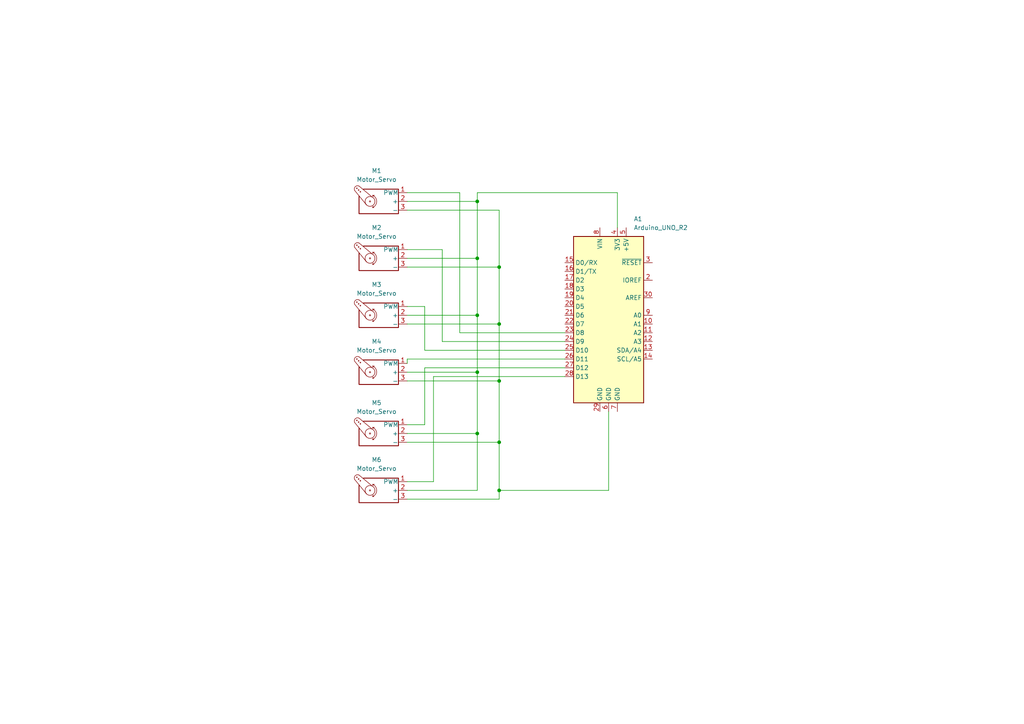
<source format=kicad_sch>
(kicad_sch
	(version 20231120)
	(generator "eeschema")
	(generator_version "8.0")
	(uuid "7eac0e86-6191-440d-83f9-a03a94ef9625")
	(paper "A4")
	(lib_symbols
		(symbol "MCU_Module:Arduino_UNO_R2"
			(exclude_from_sim no)
			(in_bom yes)
			(on_board yes)
			(property "Reference" "A"
				(at -10.16 23.495 0)
				(effects
					(font
						(size 1.27 1.27)
					)
					(justify left bottom)
				)
			)
			(property "Value" "Arduino_UNO_R2"
				(at 5.08 -26.67 0)
				(effects
					(font
						(size 1.27 1.27)
					)
					(justify left top)
				)
			)
			(property "Footprint" "Module:Arduino_UNO_R2"
				(at 0 0 0)
				(effects
					(font
						(size 1.27 1.27)
						(italic yes)
					)
					(hide yes)
				)
			)
			(property "Datasheet" "https://www.arduino.cc/en/Main/arduinoBoardUno"
				(at 0 0 0)
				(effects
					(font
						(size 1.27 1.27)
					)
					(hide yes)
				)
			)
			(property "Description" "Arduino UNO Microcontroller Module, release 2"
				(at 0 0 0)
				(effects
					(font
						(size 1.27 1.27)
					)
					(hide yes)
				)
			)
			(property "ki_keywords" "Arduino UNO R3 Microcontroller Module Atmel AVR USB"
				(at 0 0 0)
				(effects
					(font
						(size 1.27 1.27)
					)
					(hide yes)
				)
			)
			(property "ki_fp_filters" "Arduino*UNO*R2*"
				(at 0 0 0)
				(effects
					(font
						(size 1.27 1.27)
					)
					(hide yes)
				)
			)
			(symbol "Arduino_UNO_R2_0_1"
				(rectangle
					(start -10.16 22.86)
					(end 10.16 -25.4)
					(stroke
						(width 0.254)
						(type default)
					)
					(fill
						(type background)
					)
				)
			)
			(symbol "Arduino_UNO_R2_1_1"
				(pin no_connect line
					(at -10.16 -20.32 0)
					(length 2.54) hide
					(name "NC"
						(effects
							(font
								(size 1.27 1.27)
							)
						)
					)
					(number "1"
						(effects
							(font
								(size 1.27 1.27)
							)
						)
					)
				)
				(pin bidirectional line
					(at 12.7 -2.54 180)
					(length 2.54)
					(name "A1"
						(effects
							(font
								(size 1.27 1.27)
							)
						)
					)
					(number "10"
						(effects
							(font
								(size 1.27 1.27)
							)
						)
					)
				)
				(pin bidirectional line
					(at 12.7 -5.08 180)
					(length 2.54)
					(name "A2"
						(effects
							(font
								(size 1.27 1.27)
							)
						)
					)
					(number "11"
						(effects
							(font
								(size 1.27 1.27)
							)
						)
					)
				)
				(pin bidirectional line
					(at 12.7 -7.62 180)
					(length 2.54)
					(name "A3"
						(effects
							(font
								(size 1.27 1.27)
							)
						)
					)
					(number "12"
						(effects
							(font
								(size 1.27 1.27)
							)
						)
					)
				)
				(pin bidirectional line
					(at 12.7 -10.16 180)
					(length 2.54)
					(name "SDA/A4"
						(effects
							(font
								(size 1.27 1.27)
							)
						)
					)
					(number "13"
						(effects
							(font
								(size 1.27 1.27)
							)
						)
					)
				)
				(pin bidirectional line
					(at 12.7 -12.7 180)
					(length 2.54)
					(name "SCL/A5"
						(effects
							(font
								(size 1.27 1.27)
							)
						)
					)
					(number "14"
						(effects
							(font
								(size 1.27 1.27)
							)
						)
					)
				)
				(pin bidirectional line
					(at -12.7 15.24 0)
					(length 2.54)
					(name "D0/RX"
						(effects
							(font
								(size 1.27 1.27)
							)
						)
					)
					(number "15"
						(effects
							(font
								(size 1.27 1.27)
							)
						)
					)
				)
				(pin bidirectional line
					(at -12.7 12.7 0)
					(length 2.54)
					(name "D1/TX"
						(effects
							(font
								(size 1.27 1.27)
							)
						)
					)
					(number "16"
						(effects
							(font
								(size 1.27 1.27)
							)
						)
					)
				)
				(pin bidirectional line
					(at -12.7 10.16 0)
					(length 2.54)
					(name "D2"
						(effects
							(font
								(size 1.27 1.27)
							)
						)
					)
					(number "17"
						(effects
							(font
								(size 1.27 1.27)
							)
						)
					)
				)
				(pin bidirectional line
					(at -12.7 7.62 0)
					(length 2.54)
					(name "D3"
						(effects
							(font
								(size 1.27 1.27)
							)
						)
					)
					(number "18"
						(effects
							(font
								(size 1.27 1.27)
							)
						)
					)
				)
				(pin bidirectional line
					(at -12.7 5.08 0)
					(length 2.54)
					(name "D4"
						(effects
							(font
								(size 1.27 1.27)
							)
						)
					)
					(number "19"
						(effects
							(font
								(size 1.27 1.27)
							)
						)
					)
				)
				(pin output line
					(at 12.7 10.16 180)
					(length 2.54)
					(name "IOREF"
						(effects
							(font
								(size 1.27 1.27)
							)
						)
					)
					(number "2"
						(effects
							(font
								(size 1.27 1.27)
							)
						)
					)
				)
				(pin bidirectional line
					(at -12.7 2.54 0)
					(length 2.54)
					(name "D5"
						(effects
							(font
								(size 1.27 1.27)
							)
						)
					)
					(number "20"
						(effects
							(font
								(size 1.27 1.27)
							)
						)
					)
				)
				(pin bidirectional line
					(at -12.7 0 0)
					(length 2.54)
					(name "D6"
						(effects
							(font
								(size 1.27 1.27)
							)
						)
					)
					(number "21"
						(effects
							(font
								(size 1.27 1.27)
							)
						)
					)
				)
				(pin bidirectional line
					(at -12.7 -2.54 0)
					(length 2.54)
					(name "D7"
						(effects
							(font
								(size 1.27 1.27)
							)
						)
					)
					(number "22"
						(effects
							(font
								(size 1.27 1.27)
							)
						)
					)
				)
				(pin bidirectional line
					(at -12.7 -5.08 0)
					(length 2.54)
					(name "D8"
						(effects
							(font
								(size 1.27 1.27)
							)
						)
					)
					(number "23"
						(effects
							(font
								(size 1.27 1.27)
							)
						)
					)
				)
				(pin bidirectional line
					(at -12.7 -7.62 0)
					(length 2.54)
					(name "D9"
						(effects
							(font
								(size 1.27 1.27)
							)
						)
					)
					(number "24"
						(effects
							(font
								(size 1.27 1.27)
							)
						)
					)
				)
				(pin bidirectional line
					(at -12.7 -10.16 0)
					(length 2.54)
					(name "D10"
						(effects
							(font
								(size 1.27 1.27)
							)
						)
					)
					(number "25"
						(effects
							(font
								(size 1.27 1.27)
							)
						)
					)
				)
				(pin bidirectional line
					(at -12.7 -12.7 0)
					(length 2.54)
					(name "D11"
						(effects
							(font
								(size 1.27 1.27)
							)
						)
					)
					(number "26"
						(effects
							(font
								(size 1.27 1.27)
							)
						)
					)
				)
				(pin bidirectional line
					(at -12.7 -15.24 0)
					(length 2.54)
					(name "D12"
						(effects
							(font
								(size 1.27 1.27)
							)
						)
					)
					(number "27"
						(effects
							(font
								(size 1.27 1.27)
							)
						)
					)
				)
				(pin bidirectional line
					(at -12.7 -17.78 0)
					(length 2.54)
					(name "D13"
						(effects
							(font
								(size 1.27 1.27)
							)
						)
					)
					(number "28"
						(effects
							(font
								(size 1.27 1.27)
							)
						)
					)
				)
				(pin power_in line
					(at -2.54 -27.94 90)
					(length 2.54)
					(name "GND"
						(effects
							(font
								(size 1.27 1.27)
							)
						)
					)
					(number "29"
						(effects
							(font
								(size 1.27 1.27)
							)
						)
					)
				)
				(pin input line
					(at 12.7 15.24 180)
					(length 2.54)
					(name "~{RESET}"
						(effects
							(font
								(size 1.27 1.27)
							)
						)
					)
					(number "3"
						(effects
							(font
								(size 1.27 1.27)
							)
						)
					)
				)
				(pin input line
					(at 12.7 5.08 180)
					(length 2.54)
					(name "AREF"
						(effects
							(font
								(size 1.27 1.27)
							)
						)
					)
					(number "30"
						(effects
							(font
								(size 1.27 1.27)
							)
						)
					)
				)
				(pin power_out line
					(at 2.54 25.4 270)
					(length 2.54)
					(name "3V3"
						(effects
							(font
								(size 1.27 1.27)
							)
						)
					)
					(number "4"
						(effects
							(font
								(size 1.27 1.27)
							)
						)
					)
				)
				(pin power_out line
					(at 5.08 25.4 270)
					(length 2.54)
					(name "+5V"
						(effects
							(font
								(size 1.27 1.27)
							)
						)
					)
					(number "5"
						(effects
							(font
								(size 1.27 1.27)
							)
						)
					)
				)
				(pin power_in line
					(at 0 -27.94 90)
					(length 2.54)
					(name "GND"
						(effects
							(font
								(size 1.27 1.27)
							)
						)
					)
					(number "6"
						(effects
							(font
								(size 1.27 1.27)
							)
						)
					)
				)
				(pin power_in line
					(at 2.54 -27.94 90)
					(length 2.54)
					(name "GND"
						(effects
							(font
								(size 1.27 1.27)
							)
						)
					)
					(number "7"
						(effects
							(font
								(size 1.27 1.27)
							)
						)
					)
				)
				(pin power_in line
					(at -2.54 25.4 270)
					(length 2.54)
					(name "VIN"
						(effects
							(font
								(size 1.27 1.27)
							)
						)
					)
					(number "8"
						(effects
							(font
								(size 1.27 1.27)
							)
						)
					)
				)
				(pin bidirectional line
					(at 12.7 0 180)
					(length 2.54)
					(name "A0"
						(effects
							(font
								(size 1.27 1.27)
							)
						)
					)
					(number "9"
						(effects
							(font
								(size 1.27 1.27)
							)
						)
					)
				)
			)
		)
		(symbol "Motor:Motor_Servo"
			(pin_names
				(offset 0.0254)
			)
			(exclude_from_sim no)
			(in_bom yes)
			(on_board yes)
			(property "Reference" "M"
				(at -5.08 4.445 0)
				(effects
					(font
						(size 1.27 1.27)
					)
					(justify left)
				)
			)
			(property "Value" "Motor_Servo"
				(at -5.08 -4.064 0)
				(effects
					(font
						(size 1.27 1.27)
					)
					(justify left top)
				)
			)
			(property "Footprint" ""
				(at 0 -4.826 0)
				(effects
					(font
						(size 1.27 1.27)
					)
					(hide yes)
				)
			)
			(property "Datasheet" "http://forums.parallax.com/uploads/attachments/46831/74481.png"
				(at 0 -4.826 0)
				(effects
					(font
						(size 1.27 1.27)
					)
					(hide yes)
				)
			)
			(property "Description" "Servo Motor (Futaba, HiTec, JR connector)"
				(at 0 0 0)
				(effects
					(font
						(size 1.27 1.27)
					)
					(hide yes)
				)
			)
			(property "ki_keywords" "Servo Motor"
				(at 0 0 0)
				(effects
					(font
						(size 1.27 1.27)
					)
					(hide yes)
				)
			)
			(property "ki_fp_filters" "PinHeader*P2.54mm*"
				(at 0 0 0)
				(effects
					(font
						(size 1.27 1.27)
					)
					(hide yes)
				)
			)
			(symbol "Motor_Servo_0_1"
				(polyline
					(pts
						(xy 2.413 -1.778) (xy 2.032 -1.778)
					)
					(stroke
						(width 0)
						(type default)
					)
					(fill
						(type none)
					)
				)
				(polyline
					(pts
						(xy 2.413 -1.778) (xy 2.286 -1.397)
					)
					(stroke
						(width 0)
						(type default)
					)
					(fill
						(type none)
					)
				)
				(polyline
					(pts
						(xy 2.413 1.778) (xy 1.905 1.778)
					)
					(stroke
						(width 0)
						(type default)
					)
					(fill
						(type none)
					)
				)
				(polyline
					(pts
						(xy 2.413 1.778) (xy 2.286 1.397)
					)
					(stroke
						(width 0)
						(type default)
					)
					(fill
						(type none)
					)
				)
				(polyline
					(pts
						(xy 6.35 4.445) (xy 2.54 1.27)
					)
					(stroke
						(width 0)
						(type default)
					)
					(fill
						(type none)
					)
				)
				(polyline
					(pts
						(xy 7.62 3.175) (xy 4.191 -1.016)
					)
					(stroke
						(width 0)
						(type default)
					)
					(fill
						(type none)
					)
				)
				(polyline
					(pts
						(xy 5.08 3.556) (xy -5.08 3.556) (xy -5.08 -3.556) (xy 6.35 -3.556) (xy 6.35 1.524)
					)
					(stroke
						(width 0.254)
						(type default)
					)
					(fill
						(type none)
					)
				)
				(arc
					(start 2.413 1.778)
					(mid 1.2406 0)
					(end 2.413 -1.778)
					(stroke
						(width 0)
						(type default)
					)
					(fill
						(type none)
					)
				)
				(circle
					(center 3.175 0)
					(radius 0.1778)
					(stroke
						(width 0)
						(type default)
					)
					(fill
						(type none)
					)
				)
				(circle
					(center 3.175 0)
					(radius 1.4224)
					(stroke
						(width 0)
						(type default)
					)
					(fill
						(type none)
					)
				)
				(circle
					(center 5.969 2.794)
					(radius 0.127)
					(stroke
						(width 0)
						(type default)
					)
					(fill
						(type none)
					)
				)
				(circle
					(center 6.477 3.302)
					(radius 0.127)
					(stroke
						(width 0)
						(type default)
					)
					(fill
						(type none)
					)
				)
				(circle
					(center 6.985 3.81)
					(radius 0.127)
					(stroke
						(width 0)
						(type default)
					)
					(fill
						(type none)
					)
				)
				(arc
					(start 7.62 3.175)
					(mid 7.4485 4.2735)
					(end 6.35 4.445)
					(stroke
						(width 0)
						(type default)
					)
					(fill
						(type none)
					)
				)
			)
			(symbol "Motor_Servo_1_1"
				(pin passive line
					(at -7.62 2.54 0)
					(length 2.54)
					(name "PWM"
						(effects
							(font
								(size 1.27 1.27)
							)
						)
					)
					(number "1"
						(effects
							(font
								(size 1.27 1.27)
							)
						)
					)
				)
				(pin passive line
					(at -7.62 0 0)
					(length 2.54)
					(name "+"
						(effects
							(font
								(size 1.27 1.27)
							)
						)
					)
					(number "2"
						(effects
							(font
								(size 1.27 1.27)
							)
						)
					)
				)
				(pin passive line
					(at -7.62 -2.54 0)
					(length 2.54)
					(name "-"
						(effects
							(font
								(size 1.27 1.27)
							)
						)
					)
					(number "3"
						(effects
							(font
								(size 1.27 1.27)
							)
						)
					)
				)
			)
		)
	)
	(junction
		(at 144.78 128.27)
		(diameter 0)
		(color 0 0 0 0)
		(uuid "074c17ea-b63e-411e-9829-8e9eb71cc290")
	)
	(junction
		(at 138.43 58.42)
		(diameter 0)
		(color 0 0 0 0)
		(uuid "0f5128a1-7c02-4754-b898-505739865e11")
	)
	(junction
		(at 138.43 107.95)
		(diameter 0)
		(color 0 0 0 0)
		(uuid "1f36f857-28a5-419a-ae89-53ef68f3ee25")
	)
	(junction
		(at 144.78 93.98)
		(diameter 0)
		(color 0 0 0 0)
		(uuid "23aa6465-17c0-43d5-ae5e-fac0ea37f38a")
	)
	(junction
		(at 138.43 125.73)
		(diameter 0)
		(color 0 0 0 0)
		(uuid "4798758e-00d8-4e58-96fb-2d0f55b12ab8")
	)
	(junction
		(at 138.43 91.44)
		(diameter 0)
		(color 0 0 0 0)
		(uuid "71ba702c-69ee-4698-b529-e594c095b156")
	)
	(junction
		(at 138.43 74.93)
		(diameter 0)
		(color 0 0 0 0)
		(uuid "8efc447e-67f9-4c67-8a43-9ca01fb3fcd1")
	)
	(junction
		(at 144.78 142.24)
		(diameter 0)
		(color 0 0 0 0)
		(uuid "96f9f501-3bd5-4d3c-aefb-ef737bb6f7e6")
	)
	(junction
		(at 144.78 77.47)
		(diameter 0)
		(color 0 0 0 0)
		(uuid "bd1b423d-3600-4783-9ea2-ecf2301ae16e")
	)
	(junction
		(at 144.78 110.49)
		(diameter 0)
		(color 0 0 0 0)
		(uuid "e935bb27-dacf-4e4f-b6c4-7453e0c34983")
	)
	(wire
		(pts
			(xy 179.07 66.04) (xy 179.07 55.88)
		)
		(stroke
			(width 0)
			(type default)
		)
		(uuid "03a9bcf2-aa60-48ea-8cac-e35d975d2e06")
	)
	(wire
		(pts
			(xy 163.83 99.06) (xy 128.27 99.06)
		)
		(stroke
			(width 0)
			(type default)
		)
		(uuid "06f724d1-5baf-41e8-9701-cee64dcb2c66")
	)
	(wire
		(pts
			(xy 133.35 96.52) (xy 133.35 55.88)
		)
		(stroke
			(width 0)
			(type default)
		)
		(uuid "196d7913-8e68-47e8-b8eb-288d8edc0b09")
	)
	(wire
		(pts
			(xy 118.11 91.44) (xy 138.43 91.44)
		)
		(stroke
			(width 0)
			(type default)
		)
		(uuid "1b798749-887a-4e0e-a321-88b816bcb265")
	)
	(wire
		(pts
			(xy 144.78 110.49) (xy 144.78 93.98)
		)
		(stroke
			(width 0)
			(type default)
		)
		(uuid "1c9b8bb3-8657-4996-81a7-bddd457b35b4")
	)
	(wire
		(pts
			(xy 163.83 104.14) (xy 118.11 104.14)
		)
		(stroke
			(width 0)
			(type default)
		)
		(uuid "1f79a678-a057-4f4a-b579-9761c3985c58")
	)
	(wire
		(pts
			(xy 118.11 144.78) (xy 144.78 144.78)
		)
		(stroke
			(width 0)
			(type default)
		)
		(uuid "28a2cbba-0864-4126-8621-edb8905580da")
	)
	(wire
		(pts
			(xy 144.78 128.27) (xy 144.78 110.49)
		)
		(stroke
			(width 0)
			(type default)
		)
		(uuid "30947c38-6075-4258-92a9-6c8bf22fde42")
	)
	(wire
		(pts
			(xy 118.11 110.49) (xy 144.78 110.49)
		)
		(stroke
			(width 0)
			(type default)
		)
		(uuid "350df530-d228-45b2-b274-8613bd154091")
	)
	(wire
		(pts
			(xy 138.43 91.44) (xy 138.43 107.95)
		)
		(stroke
			(width 0)
			(type default)
		)
		(uuid "360f9e60-ee1c-4e91-acb4-c77375d4b974")
	)
	(wire
		(pts
			(xy 179.07 55.88) (xy 138.43 55.88)
		)
		(stroke
			(width 0)
			(type default)
		)
		(uuid "362a53d1-1fb8-41b4-85e2-1a2b8ce5880b")
	)
	(wire
		(pts
			(xy 128.27 72.39) (xy 118.11 72.39)
		)
		(stroke
			(width 0)
			(type default)
		)
		(uuid "3c1030ef-e5a4-4a65-863d-4c9fcd3d7aa4")
	)
	(wire
		(pts
			(xy 118.11 104.14) (xy 118.11 105.41)
		)
		(stroke
			(width 0)
			(type default)
		)
		(uuid "43537265-afc4-47ac-8a5f-1959da34b1ac")
	)
	(wire
		(pts
			(xy 176.53 119.38) (xy 176.53 142.24)
		)
		(stroke
			(width 0)
			(type default)
		)
		(uuid "4b27b0c5-b1ab-4a75-ae8f-aa372a7aa504")
	)
	(wire
		(pts
			(xy 123.19 106.68) (xy 123.19 123.19)
		)
		(stroke
			(width 0)
			(type default)
		)
		(uuid "566db2d8-1aed-4b44-8184-3aa6c0e69eb9")
	)
	(wire
		(pts
			(xy 144.78 142.24) (xy 144.78 128.27)
		)
		(stroke
			(width 0)
			(type default)
		)
		(uuid "582b6b44-692a-47ee-9090-0761a75505b6")
	)
	(wire
		(pts
			(xy 163.83 101.6) (xy 123.19 101.6)
		)
		(stroke
			(width 0)
			(type default)
		)
		(uuid "59f63363-74a7-4da4-962d-dfbed8de669e")
	)
	(wire
		(pts
			(xy 138.43 125.73) (xy 138.43 142.24)
		)
		(stroke
			(width 0)
			(type default)
		)
		(uuid "5e146e37-e5f8-44ff-aa5f-98dc12a3b4e6")
	)
	(wire
		(pts
			(xy 125.73 139.7) (xy 118.11 139.7)
		)
		(stroke
			(width 0)
			(type default)
		)
		(uuid "5ef59ae4-1509-4698-8fe8-919304c3b8d4")
	)
	(wire
		(pts
			(xy 138.43 74.93) (xy 138.43 91.44)
		)
		(stroke
			(width 0)
			(type default)
		)
		(uuid "61176f01-42ae-46bf-b0b5-f24247c3af2e")
	)
	(wire
		(pts
			(xy 163.83 106.68) (xy 123.19 106.68)
		)
		(stroke
			(width 0)
			(type default)
		)
		(uuid "7258d364-4215-4bbf-9eff-da5de3d6d426")
	)
	(wire
		(pts
			(xy 144.78 60.96) (xy 118.11 60.96)
		)
		(stroke
			(width 0)
			(type default)
		)
		(uuid "75a73eda-6c78-4fdb-a1e2-a49503605efc")
	)
	(wire
		(pts
			(xy 144.78 93.98) (xy 144.78 77.47)
		)
		(stroke
			(width 0)
			(type default)
		)
		(uuid "771bbd57-0bdf-4122-9566-80fbc1f7a514")
	)
	(wire
		(pts
			(xy 128.27 99.06) (xy 128.27 72.39)
		)
		(stroke
			(width 0)
			(type default)
		)
		(uuid "865b58b3-248c-4ca6-8461-8911a2c65c00")
	)
	(wire
		(pts
			(xy 118.11 128.27) (xy 144.78 128.27)
		)
		(stroke
			(width 0)
			(type default)
		)
		(uuid "91e5fa97-9fdb-4e0b-bf58-87c7d30d49a7")
	)
	(wire
		(pts
			(xy 123.19 101.6) (xy 123.19 88.9)
		)
		(stroke
			(width 0)
			(type default)
		)
		(uuid "93a044ca-a877-4ee5-acbc-5b1589acb5b5")
	)
	(wire
		(pts
			(xy 118.11 125.73) (xy 138.43 125.73)
		)
		(stroke
			(width 0)
			(type default)
		)
		(uuid "9517fd9b-2fa7-4392-90ea-98c2a1805956")
	)
	(wire
		(pts
			(xy 118.11 74.93) (xy 138.43 74.93)
		)
		(stroke
			(width 0)
			(type default)
		)
		(uuid "aacb357f-dedd-42b4-80a6-bb031c37d010")
	)
	(wire
		(pts
			(xy 163.83 96.52) (xy 133.35 96.52)
		)
		(stroke
			(width 0)
			(type default)
		)
		(uuid "b03b591c-fcde-41e2-961b-be9c9995e0c1")
	)
	(wire
		(pts
			(xy 118.11 58.42) (xy 138.43 58.42)
		)
		(stroke
			(width 0)
			(type default)
		)
		(uuid "b128cae0-f2da-48fb-a415-c421da1d3bcd")
	)
	(wire
		(pts
			(xy 144.78 77.47) (xy 144.78 60.96)
		)
		(stroke
			(width 0)
			(type default)
		)
		(uuid "b51a12cc-1dbd-4c90-8264-892a44a5e386")
	)
	(wire
		(pts
			(xy 138.43 107.95) (xy 138.43 125.73)
		)
		(stroke
			(width 0)
			(type default)
		)
		(uuid "c0c5399d-cf6f-48fb-88e4-e65353000e26")
	)
	(wire
		(pts
			(xy 133.35 55.88) (xy 118.11 55.88)
		)
		(stroke
			(width 0)
			(type default)
		)
		(uuid "c2723e4f-65c4-4717-8595-d77b3ac50a52")
	)
	(wire
		(pts
			(xy 176.53 142.24) (xy 144.78 142.24)
		)
		(stroke
			(width 0)
			(type default)
		)
		(uuid "cba48e2a-ba26-40a1-b9e9-b4fae99e6f2f")
	)
	(wire
		(pts
			(xy 123.19 123.19) (xy 118.11 123.19)
		)
		(stroke
			(width 0)
			(type default)
		)
		(uuid "ccdba8b0-4aa9-4791-9492-5186b0484737")
	)
	(wire
		(pts
			(xy 118.11 107.95) (xy 138.43 107.95)
		)
		(stroke
			(width 0)
			(type default)
		)
		(uuid "d0295899-b62a-4dd2-825f-8ac49f03a3f4")
	)
	(wire
		(pts
			(xy 118.11 93.98) (xy 144.78 93.98)
		)
		(stroke
			(width 0)
			(type default)
		)
		(uuid "d06c92a8-37f6-482e-bb89-a9cf4eededb7")
	)
	(wire
		(pts
			(xy 138.43 55.88) (xy 138.43 58.42)
		)
		(stroke
			(width 0)
			(type default)
		)
		(uuid "d2c5d552-8f88-4284-8a04-e823d25f2089")
	)
	(wire
		(pts
			(xy 138.43 58.42) (xy 138.43 74.93)
		)
		(stroke
			(width 0)
			(type default)
		)
		(uuid "da4df46c-e8ae-49b1-af22-ac1d9081bfea")
	)
	(wire
		(pts
			(xy 163.83 109.22) (xy 125.73 109.22)
		)
		(stroke
			(width 0)
			(type default)
		)
		(uuid "dbf89274-5102-4b61-8093-6b526d55c4af")
	)
	(wire
		(pts
			(xy 118.11 77.47) (xy 144.78 77.47)
		)
		(stroke
			(width 0)
			(type default)
		)
		(uuid "dc348f43-8a19-4876-b826-1c8dbab59741")
	)
	(wire
		(pts
			(xy 138.43 142.24) (xy 118.11 142.24)
		)
		(stroke
			(width 0)
			(type default)
		)
		(uuid "dd839249-a613-4d45-848d-6e37cf5e71cc")
	)
	(wire
		(pts
			(xy 125.73 109.22) (xy 125.73 139.7)
		)
		(stroke
			(width 0)
			(type default)
		)
		(uuid "e853ee40-b910-45c1-a910-88e0c3a39f3b")
	)
	(wire
		(pts
			(xy 123.19 88.9) (xy 118.11 88.9)
		)
		(stroke
			(width 0)
			(type default)
		)
		(uuid "f57db5ae-236a-432c-a769-e3f73e61d4bf")
	)
	(wire
		(pts
			(xy 144.78 144.78) (xy 144.78 142.24)
		)
		(stroke
			(width 0)
			(type default)
		)
		(uuid "f7c05c4e-1dde-4500-b7c1-53eba68b0e84")
	)
	(symbol
		(lib_id "Motor:Motor_Servo")
		(at 110.49 91.44 0)
		(mirror y)
		(unit 1)
		(exclude_from_sim no)
		(in_bom yes)
		(on_board yes)
		(dnp no)
		(fields_autoplaced yes)
		(uuid "0db7bfdc-477c-4cf5-a7a2-99bad0101764")
		(property "Reference" "M3"
			(at 109.2311 82.55 0)
			(effects
				(font
					(size 1.27 1.27)
				)
			)
		)
		(property "Value" "Motor_Servo"
			(at 109.2311 85.09 0)
			(effects
				(font
					(size 1.27 1.27)
				)
			)
		)
		(property "Footprint" ""
			(at 110.49 96.266 0)
			(effects
				(font
					(size 1.27 1.27)
				)
				(hide yes)
			)
		)
		(property "Datasheet" "http://forums.parallax.com/uploads/attachments/46831/74481.png"
			(at 110.49 96.266 0)
			(effects
				(font
					(size 1.27 1.27)
				)
				(hide yes)
			)
		)
		(property "Description" "Servo Motor (Futaba, HiTec, JR connector)"
			(at 110.49 91.44 0)
			(effects
				(font
					(size 1.27 1.27)
				)
				(hide yes)
			)
		)
		(pin "1"
			(uuid "d4f71b79-800e-4800-8e2d-f35538d401a0")
		)
		(pin "3"
			(uuid "e7530849-4da1-495c-807a-d2a223af63c0")
		)
		(pin "2"
			(uuid "8eb02cad-751d-40f7-a008-71e2811a5245")
		)
		(instances
			(project "servos schematic"
				(path "/7eac0e86-6191-440d-83f9-a03a94ef9625"
					(reference "M3")
					(unit 1)
				)
			)
		)
	)
	(symbol
		(lib_id "Motor:Motor_Servo")
		(at 110.49 142.24 0)
		(mirror y)
		(unit 1)
		(exclude_from_sim no)
		(in_bom yes)
		(on_board yes)
		(dnp no)
		(fields_autoplaced yes)
		(uuid "31497707-7a57-496c-8b8d-96e7c10dc657")
		(property "Reference" "M6"
			(at 109.2311 133.35 0)
			(effects
				(font
					(size 1.27 1.27)
				)
			)
		)
		(property "Value" "Motor_Servo"
			(at 109.2311 135.89 0)
			(effects
				(font
					(size 1.27 1.27)
				)
			)
		)
		(property "Footprint" ""
			(at 110.49 147.066 0)
			(effects
				(font
					(size 1.27 1.27)
				)
				(hide yes)
			)
		)
		(property "Datasheet" "http://forums.parallax.com/uploads/attachments/46831/74481.png"
			(at 110.49 147.066 0)
			(effects
				(font
					(size 1.27 1.27)
				)
				(hide yes)
			)
		)
		(property "Description" "Servo Motor (Futaba, HiTec, JR connector)"
			(at 110.49 142.24 0)
			(effects
				(font
					(size 1.27 1.27)
				)
				(hide yes)
			)
		)
		(pin "1"
			(uuid "970ddf83-ec53-4111-8f39-63f8aa20bc36")
		)
		(pin "3"
			(uuid "ae5445bf-9ae1-47a6-a01a-1bc0572afa0d")
		)
		(pin "2"
			(uuid "ba670634-ef83-4c36-aafa-379dd302039f")
		)
		(instances
			(project "servos schematic"
				(path "/7eac0e86-6191-440d-83f9-a03a94ef9625"
					(reference "M6")
					(unit 1)
				)
			)
		)
	)
	(symbol
		(lib_id "Motor:Motor_Servo")
		(at 110.49 74.93 0)
		(mirror y)
		(unit 1)
		(exclude_from_sim no)
		(in_bom yes)
		(on_board yes)
		(dnp no)
		(fields_autoplaced yes)
		(uuid "7a619362-1add-4020-8707-e7a079c4c15b")
		(property "Reference" "M2"
			(at 109.2311 66.04 0)
			(effects
				(font
					(size 1.27 1.27)
				)
			)
		)
		(property "Value" "Motor_Servo"
			(at 109.2311 68.58 0)
			(effects
				(font
					(size 1.27 1.27)
				)
			)
		)
		(property "Footprint" ""
			(at 110.49 79.756 0)
			(effects
				(font
					(size 1.27 1.27)
				)
				(hide yes)
			)
		)
		(property "Datasheet" "http://forums.parallax.com/uploads/attachments/46831/74481.png"
			(at 110.49 79.756 0)
			(effects
				(font
					(size 1.27 1.27)
				)
				(hide yes)
			)
		)
		(property "Description" "Servo Motor (Futaba, HiTec, JR connector)"
			(at 110.49 74.93 0)
			(effects
				(font
					(size 1.27 1.27)
				)
				(hide yes)
			)
		)
		(pin "1"
			(uuid "319c5177-3c12-4748-b5f5-32bba96cffe0")
		)
		(pin "3"
			(uuid "a144cb80-0c0b-4784-bbe8-52f0f0c2b099")
		)
		(pin "2"
			(uuid "2038e3d2-7af6-48a9-9cbf-e9498b72132e")
		)
		(instances
			(project "servos schematic"
				(path "/7eac0e86-6191-440d-83f9-a03a94ef9625"
					(reference "M2")
					(unit 1)
				)
			)
		)
	)
	(symbol
		(lib_id "Motor:Motor_Servo")
		(at 110.49 125.73 0)
		(mirror y)
		(unit 1)
		(exclude_from_sim no)
		(in_bom yes)
		(on_board yes)
		(dnp no)
		(fields_autoplaced yes)
		(uuid "8e3c65b1-a4d3-4756-b9a9-ce6979f5b7a8")
		(property "Reference" "M5"
			(at 109.2311 116.84 0)
			(effects
				(font
					(size 1.27 1.27)
				)
			)
		)
		(property "Value" "Motor_Servo"
			(at 109.2311 119.38 0)
			(effects
				(font
					(size 1.27 1.27)
				)
			)
		)
		(property "Footprint" ""
			(at 110.49 130.556 0)
			(effects
				(font
					(size 1.27 1.27)
				)
				(hide yes)
			)
		)
		(property "Datasheet" "http://forums.parallax.com/uploads/attachments/46831/74481.png"
			(at 110.49 130.556 0)
			(effects
				(font
					(size 1.27 1.27)
				)
				(hide yes)
			)
		)
		(property "Description" "Servo Motor (Futaba, HiTec, JR connector)"
			(at 110.49 125.73 0)
			(effects
				(font
					(size 1.27 1.27)
				)
				(hide yes)
			)
		)
		(pin "1"
			(uuid "0b88aaa0-2189-43ee-a79e-95647a32db9e")
		)
		(pin "3"
			(uuid "c6f126a3-1842-4494-9955-5d93356c22ab")
		)
		(pin "2"
			(uuid "68c440d2-8043-40e0-bb5c-b96261133b76")
		)
		(instances
			(project "servos schematic"
				(path "/7eac0e86-6191-440d-83f9-a03a94ef9625"
					(reference "M5")
					(unit 1)
				)
			)
		)
	)
	(symbol
		(lib_id "Motor:Motor_Servo")
		(at 110.49 107.95 0)
		(mirror y)
		(unit 1)
		(exclude_from_sim no)
		(in_bom yes)
		(on_board yes)
		(dnp no)
		(fields_autoplaced yes)
		(uuid "a81569fa-d500-4bdf-a767-746615bed719")
		(property "Reference" "M4"
			(at 109.2311 99.06 0)
			(effects
				(font
					(size 1.27 1.27)
				)
			)
		)
		(property "Value" "Motor_Servo"
			(at 109.2311 101.6 0)
			(effects
				(font
					(size 1.27 1.27)
				)
			)
		)
		(property "Footprint" ""
			(at 110.49 112.776 0)
			(effects
				(font
					(size 1.27 1.27)
				)
				(hide yes)
			)
		)
		(property "Datasheet" "http://forums.parallax.com/uploads/attachments/46831/74481.png"
			(at 110.49 112.776 0)
			(effects
				(font
					(size 1.27 1.27)
				)
				(hide yes)
			)
		)
		(property "Description" "Servo Motor (Futaba, HiTec, JR connector)"
			(at 110.49 107.95 0)
			(effects
				(font
					(size 1.27 1.27)
				)
				(hide yes)
			)
		)
		(pin "1"
			(uuid "5ca8acef-b068-47fa-967a-c9c98f20292d")
		)
		(pin "3"
			(uuid "4810d139-971c-4d88-9744-36883090a10d")
		)
		(pin "2"
			(uuid "9407f370-9a9b-4ac9-8279-edd846c15fab")
		)
		(instances
			(project "servos schematic"
				(path "/7eac0e86-6191-440d-83f9-a03a94ef9625"
					(reference "M4")
					(unit 1)
				)
			)
		)
	)
	(symbol
		(lib_id "MCU_Module:Arduino_UNO_R2")
		(at 176.53 91.44 0)
		(unit 1)
		(exclude_from_sim no)
		(in_bom yes)
		(on_board yes)
		(dnp no)
		(fields_autoplaced yes)
		(uuid "d4e0fd54-55ee-4747-a97a-1a5dbd2e9003")
		(property "Reference" "A1"
			(at 183.8041 63.5 0)
			(effects
				(font
					(size 1.27 1.27)
				)
				(justify left)
			)
		)
		(property "Value" "Arduino_UNO_R2"
			(at 183.8041 66.04 0)
			(effects
				(font
					(size 1.27 1.27)
				)
				(justify left)
			)
		)
		(property "Footprint" "Module:Arduino_UNO_R2"
			(at 176.53 91.44 0)
			(effects
				(font
					(size 1.27 1.27)
					(italic yes)
				)
				(hide yes)
			)
		)
		(property "Datasheet" "https://www.arduino.cc/en/Main/arduinoBoardUno"
			(at 176.53 91.44 0)
			(effects
				(font
					(size 1.27 1.27)
				)
				(hide yes)
			)
		)
		(property "Description" "Arduino UNO Microcontroller Module, release 2"
			(at 176.53 91.44 0)
			(effects
				(font
					(size 1.27 1.27)
				)
				(hide yes)
			)
		)
		(pin "5"
			(uuid "a58d3391-a47d-4ca7-adb2-6a02d33d29d9")
		)
		(pin "23"
			(uuid "66e8fc49-8fe0-4339-9b4d-30adedb8bac0")
		)
		(pin "22"
			(uuid "76fe1191-5904-47fd-81f5-d8d9c71c7836")
		)
		(pin "29"
			(uuid "f8628f91-1649-4ceb-86f8-c1413971b5dc")
		)
		(pin "16"
			(uuid "aa495044-3536-48e4-ac80-03f631ba9853")
		)
		(pin "18"
			(uuid "bae9a713-4e03-4b30-8756-37c09f9ddc4d")
		)
		(pin "21"
			(uuid "c8f7553a-0d65-4e23-8080-40674b9879f7")
		)
		(pin "26"
			(uuid "cdd026e3-a63d-4110-8144-5ea621771db2")
		)
		(pin "4"
			(uuid "1bfde2af-4ead-4ef5-9c8b-c9b0f83232f0")
		)
		(pin "20"
			(uuid "683e29a8-5597-4a46-813c-dc0ce8ddb160")
		)
		(pin "12"
			(uuid "44141830-b234-436e-af2b-e537faa31ed4")
		)
		(pin "3"
			(uuid "5a15df6a-ee27-4e1c-a749-a110cd52c18b")
		)
		(pin "17"
			(uuid "195d1f49-affb-4a62-b13a-71dba6a492d4")
		)
		(pin "11"
			(uuid "fe428575-848b-4a20-9f2d-67f6784e5452")
		)
		(pin "1"
			(uuid "b666fb5d-7fe7-482d-998c-7bf8cbaac358")
		)
		(pin "13"
			(uuid "5fe07302-b8f8-4c1b-b91a-6696def443f2")
		)
		(pin "7"
			(uuid "560924e2-9a60-4b09-be69-6fe87e51c76c")
		)
		(pin "10"
			(uuid "809bb43d-3aac-4c9c-ae1a-3479264f117a")
		)
		(pin "2"
			(uuid "5dd72370-3877-4837-89b2-497d3020d5d6")
		)
		(pin "14"
			(uuid "1df4aa81-cac6-4bed-8857-6777ad6775cd")
		)
		(pin "28"
			(uuid "b8b8f4c3-e3ee-43a6-a63a-fef4f2e0020e")
		)
		(pin "6"
			(uuid "011ae495-1bbc-4148-8db6-8fc1313dc32d")
		)
		(pin "19"
			(uuid "3fca474c-95ea-4643-ae5e-47c57b7ded2e")
		)
		(pin "25"
			(uuid "e00e696d-309b-44b1-8ff9-6f61187692a5")
		)
		(pin "8"
			(uuid "2a10da56-5053-45a1-a349-502477ce9a9e")
		)
		(pin "15"
			(uuid "77c69fff-d1ff-46ae-bd1f-7e45d8fe25f3")
		)
		(pin "24"
			(uuid "40691932-ef12-4650-9117-8a86ca437417")
		)
		(pin "27"
			(uuid "ccbbc588-43c2-4fae-947f-4fc6d0598db3")
		)
		(pin "9"
			(uuid "26975926-b3d4-4160-aff9-05fd0747cfb9")
		)
		(pin "30"
			(uuid "a2c5d3fd-6dba-4451-aedd-35a5c43d1d16")
		)
		(instances
			(project "servos schematic"
				(path "/7eac0e86-6191-440d-83f9-a03a94ef9625"
					(reference "A1")
					(unit 1)
				)
			)
		)
	)
	(symbol
		(lib_id "Motor:Motor_Servo")
		(at 110.49 58.42 0)
		(mirror y)
		(unit 1)
		(exclude_from_sim no)
		(in_bom yes)
		(on_board yes)
		(dnp no)
		(fields_autoplaced yes)
		(uuid "f155dd8f-860a-4b92-8c30-b7d8c4ab6397")
		(property "Reference" "M1"
			(at 109.2311 49.53 0)
			(effects
				(font
					(size 1.27 1.27)
				)
			)
		)
		(property "Value" "Motor_Servo"
			(at 109.2311 52.07 0)
			(effects
				(font
					(size 1.27 1.27)
				)
			)
		)
		(property "Footprint" ""
			(at 110.49 63.246 0)
			(effects
				(font
					(size 1.27 1.27)
				)
				(hide yes)
			)
		)
		(property "Datasheet" "http://forums.parallax.com/uploads/attachments/46831/74481.png"
			(at 110.49 63.246 0)
			(effects
				(font
					(size 1.27 1.27)
				)
				(hide yes)
			)
		)
		(property "Description" "Servo Motor (Futaba, HiTec, JR connector)"
			(at 110.49 58.42 0)
			(effects
				(font
					(size 1.27 1.27)
				)
				(hide yes)
			)
		)
		(pin "1"
			(uuid "fd568fa3-384a-4d58-abbd-ddc567a4b3f2")
		)
		(pin "3"
			(uuid "2562c2f4-dd65-4be8-83fd-737ff9a7347a")
		)
		(pin "2"
			(uuid "abcf4230-296e-4045-9162-2a16fc85fbac")
		)
		(instances
			(project "servos schematic"
				(path "/7eac0e86-6191-440d-83f9-a03a94ef9625"
					(reference "M1")
					(unit 1)
				)
			)
		)
	)
	(sheet_instances
		(path "/"
			(page "1")
		)
	)
)

</source>
